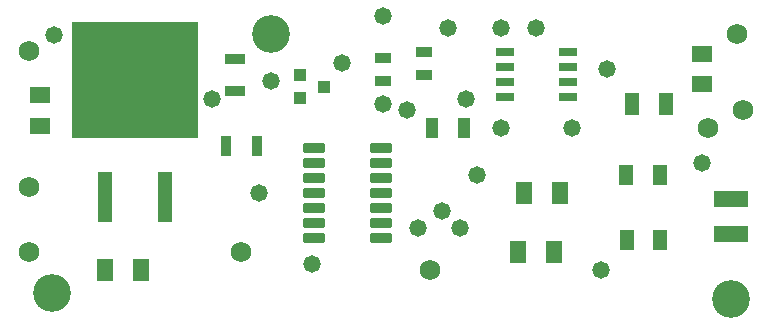
<source format=gts>
G04*
G04 #@! TF.GenerationSoftware,Altium Limited,Altium Designer,23.2.1 (34)*
G04*
G04 Layer_Color=8388736*
%FSLAX24Y24*%
%MOIN*%
G70*
G04*
G04 #@! TF.SameCoordinates,05F612E5-D9C9-4FC5-8177-6EA7AEB907BC*
G04*
G04*
G04 #@! TF.FilePolarity,Negative*
G04*
G01*
G75*
%ADD19R,0.0709X0.0551*%
G04:AMPARAMS|DCode=21|XSize=61mil|YSize=23.6mil|CornerRadius=2mil|HoleSize=0mil|Usage=FLASHONLY|Rotation=0.000|XOffset=0mil|YOffset=0mil|HoleType=Round|Shape=RoundedRectangle|*
%AMROUNDEDRECTD21*
21,1,0.0610,0.0196,0,0,0.0*
21,1,0.0570,0.0236,0,0,0.0*
1,1,0.0040,0.0285,-0.0098*
1,1,0.0040,-0.0285,-0.0098*
1,1,0.0040,-0.0285,0.0098*
1,1,0.0040,0.0285,0.0098*
%
%ADD21ROUNDEDRECTD21*%
%ADD22R,0.0534X0.0732*%
%ADD23R,0.0571X0.0374*%
%ADD27R,0.0376X0.0653*%
%ADD28R,0.0455X0.0692*%
%ADD29R,0.0653X0.0376*%
%ADD30R,0.1143X0.0552*%
%ADD31R,0.4194X0.3860*%
%ADD32R,0.0493X0.1694*%
%ADD33R,0.0493X0.0749*%
%ADD34R,0.0434X0.0395*%
G04:AMPARAMS|DCode=35|XSize=33.6mil|YSize=73mil|CornerRadius=5.9mil|HoleSize=0mil|Usage=FLASHONLY|Rotation=90.000|XOffset=0mil|YOffset=0mil|HoleType=Round|Shape=RoundedRectangle|*
%AMROUNDEDRECTD35*
21,1,0.0336,0.0611,0,0,90.0*
21,1,0.0218,0.0730,0,0,90.0*
1,1,0.0118,0.0306,0.0109*
1,1,0.0118,0.0306,-0.0109*
1,1,0.0118,-0.0306,-0.0109*
1,1,0.0118,-0.0306,0.0109*
%
%ADD35ROUNDEDRECTD35*%
%ADD36R,0.0434X0.0710*%
%ADD37C,0.1261*%
%ADD38C,0.0680*%
%ADD39C,0.0580*%
D19*
X1181Y6811D02*
D03*
Y5787D02*
D03*
X23228Y8189D02*
D03*
Y7165D02*
D03*
D21*
X18780Y8230D02*
D03*
Y7730D02*
D03*
Y7230D02*
D03*
Y6730D02*
D03*
X16654D02*
D03*
Y7230D02*
D03*
Y7730D02*
D03*
Y8230D02*
D03*
D22*
X18317Y1575D02*
D03*
X17116D02*
D03*
X18514Y3543D02*
D03*
X17313D02*
D03*
X3336Y984D02*
D03*
X4538D02*
D03*
D23*
X13976Y7490D02*
D03*
Y8258D02*
D03*
X12598Y8032D02*
D03*
Y7264D02*
D03*
D27*
X7352Y5118D02*
D03*
X8396D02*
D03*
D28*
X20727Y1969D02*
D03*
X21850D02*
D03*
X21821Y4134D02*
D03*
X20698D02*
D03*
D29*
X7677Y6958D02*
D03*
Y8002D02*
D03*
D30*
X24213Y3327D02*
D03*
Y2185D02*
D03*
D31*
X4331Y7323D02*
D03*
D32*
X5331Y3406D02*
D03*
X3331D02*
D03*
D33*
X20896Y6496D02*
D03*
X22018D02*
D03*
D34*
X9843Y7461D02*
D03*
Y6713D02*
D03*
X10630Y7087D02*
D03*
D35*
X12530Y2043D02*
D03*
Y2543D02*
D03*
Y3043D02*
D03*
Y3543D02*
D03*
Y4043D02*
D03*
Y4543D02*
D03*
Y5043D02*
D03*
X10305Y2043D02*
D03*
Y2543D02*
D03*
Y3043D02*
D03*
Y3543D02*
D03*
Y4043D02*
D03*
Y4543D02*
D03*
Y5043D02*
D03*
D36*
X14232Y5709D02*
D03*
X15295D02*
D03*
D37*
X8858Y8858D02*
D03*
X24213Y0D02*
D03*
X1575Y197D02*
D03*
D38*
X787Y8268D02*
D03*
X24606Y6299D02*
D03*
X23425Y5709D02*
D03*
X787Y3740D02*
D03*
X14173Y984D02*
D03*
X24409Y8858D02*
D03*
X7874Y1575D02*
D03*
X787D02*
D03*
D39*
X1625Y8808D02*
D03*
X8858Y7283D02*
D03*
X17717Y9055D02*
D03*
X16535Y5709D02*
D03*
X20079Y7677D02*
D03*
X23228Y4528D02*
D03*
X11220Y7874D02*
D03*
X10236Y1181D02*
D03*
X13386Y6299D02*
D03*
X12598Y6496D02*
D03*
X16535Y9055D02*
D03*
X18898Y5709D02*
D03*
X8465Y3543D02*
D03*
X14567Y2953D02*
D03*
X15157Y2362D02*
D03*
X13780D02*
D03*
X19882Y984D02*
D03*
X14764Y9055D02*
D03*
X15354Y6693D02*
D03*
X12598Y9449D02*
D03*
X15748Y4134D02*
D03*
X6890Y6693D02*
D03*
M02*

</source>
